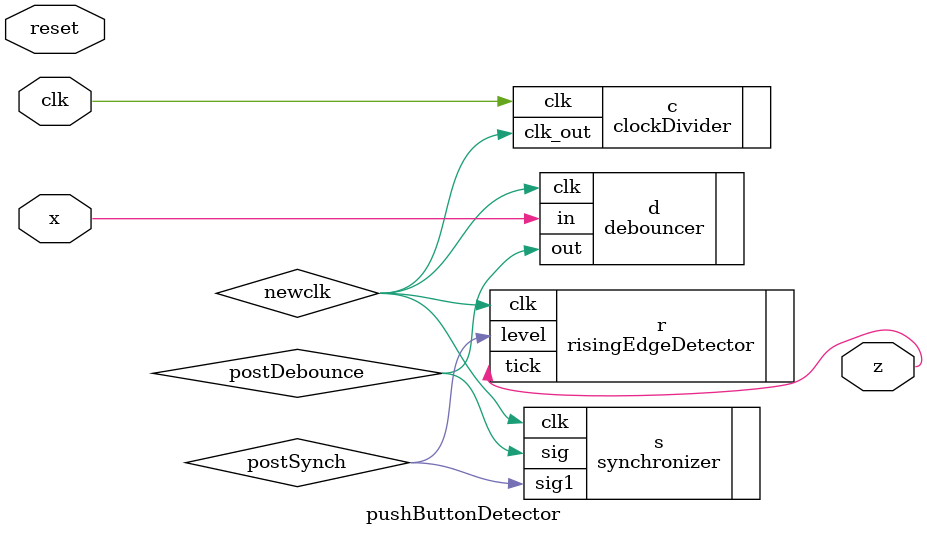
<source format=v>
module pushButtonDetector(
  input clk,
  input reset,
  input x,
 
  output  z
  
);

  wire newclk, postDebounce, postSynch;
  
  clockDivider  #(25000) c(.clk(clk), .clk_out(newclk));
  
  debouncer d(.clk(newclk), .in(x), .out(postDebounce));
  synchronizer s(.clk(newclk), .sig(postDebounce), .sig1(postSynch));
  risingEdgeDetector r(.clk(newclk), .level(postSynch), .tick(z));
  
endmodule
</source>
